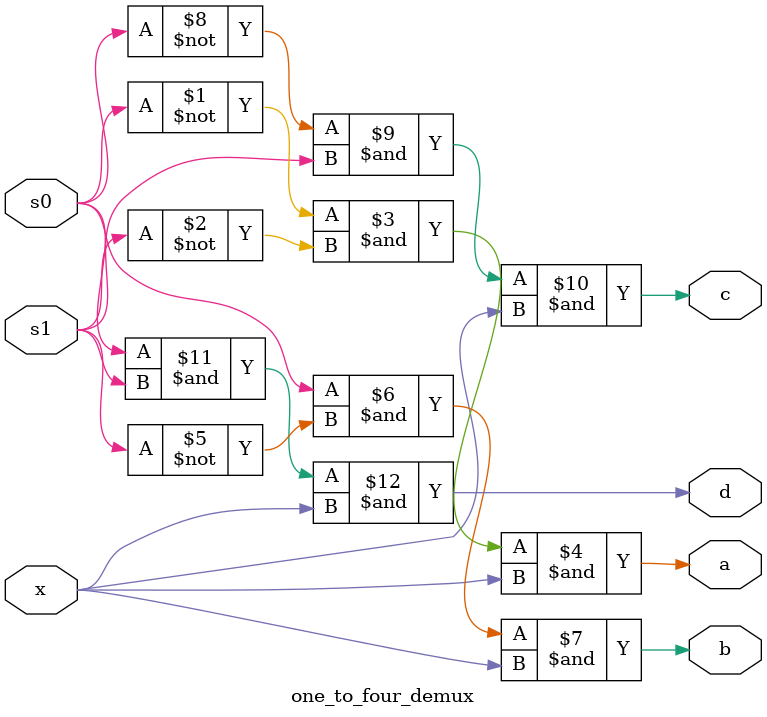
<source format=v>
`timescale 1ns / 1ps

/*
Company: Sogang University
Engineer: G_EEE3
Create Date: 2021/11/04 17:08:36
Module Name: one_to_four_demux
*/

module one_to_four_demux(
    input x, s0, s1,
    output a, b, c, d
);

assign a = ~s0 & ~s1 & x;
assign b = s0 & ~s1 & x;
assign c = ~s0 & s1 & x;
assign d = s0 & s1 & x;

endmodule
</source>
